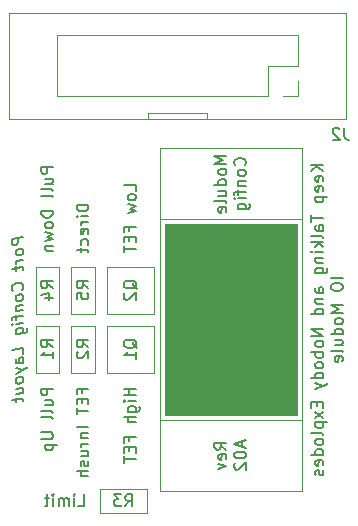
<source format=gbo>
%TF.GenerationSoftware,KiCad,Pcbnew,(5.1.9)-1*%
%TF.CreationDate,2021-06-12T20:27:07+01:00*%
%TF.ProjectId,ModulePullUpDown,4d6f6475-6c65-4507-956c-6c5570446f77,rev?*%
%TF.SameCoordinates,Original*%
%TF.FileFunction,Legend,Bot*%
%TF.FilePolarity,Positive*%
%FSLAX46Y46*%
G04 Gerber Fmt 4.6, Leading zero omitted, Abs format (unit mm)*
G04 Created by KiCad (PCBNEW (5.1.9)-1) date 2021-06-12 20:27:07*
%MOMM*%
%LPD*%
G01*
G04 APERTURE LIST*
%ADD10C,0.150000*%
%ADD11C,0.120000*%
%ADD12C,0.100000*%
%ADD13R,1.700000X1.700000*%
%ADD14O,1.700000X1.700000*%
G04 APERTURE END LIST*
D10*
X47327380Y-33880952D02*
X46327380Y-33880952D01*
X47327380Y-34452380D02*
X46755952Y-34023809D01*
X46327380Y-34452380D02*
X46898809Y-33880952D01*
X47279761Y-35261904D02*
X47327380Y-35166666D01*
X47327380Y-34976190D01*
X47279761Y-34880952D01*
X47184523Y-34833333D01*
X46803571Y-34833333D01*
X46708333Y-34880952D01*
X46660714Y-34976190D01*
X46660714Y-35166666D01*
X46708333Y-35261904D01*
X46803571Y-35309523D01*
X46898809Y-35309523D01*
X46994047Y-34833333D01*
X47279761Y-36119047D02*
X47327380Y-36023809D01*
X47327380Y-35833333D01*
X47279761Y-35738095D01*
X47184523Y-35690476D01*
X46803571Y-35690476D01*
X46708333Y-35738095D01*
X46660714Y-35833333D01*
X46660714Y-36023809D01*
X46708333Y-36119047D01*
X46803571Y-36166666D01*
X46898809Y-36166666D01*
X46994047Y-35690476D01*
X46660714Y-36595238D02*
X47660714Y-36595238D01*
X46708333Y-36595238D02*
X46660714Y-36690476D01*
X46660714Y-36880952D01*
X46708333Y-36976190D01*
X46755952Y-37023809D01*
X46851190Y-37071428D01*
X47136904Y-37071428D01*
X47232142Y-37023809D01*
X47279761Y-36976190D01*
X47327380Y-36880952D01*
X47327380Y-36690476D01*
X47279761Y-36595238D01*
X46327380Y-38119047D02*
X46327380Y-38690476D01*
X47327380Y-38404761D02*
X46327380Y-38404761D01*
X47327380Y-39452380D02*
X46803571Y-39452380D01*
X46708333Y-39404761D01*
X46660714Y-39309523D01*
X46660714Y-39119047D01*
X46708333Y-39023809D01*
X47279761Y-39452380D02*
X47327380Y-39357142D01*
X47327380Y-39119047D01*
X47279761Y-39023809D01*
X47184523Y-38976190D01*
X47089285Y-38976190D01*
X46994047Y-39023809D01*
X46946428Y-39119047D01*
X46946428Y-39357142D01*
X46898809Y-39452380D01*
X47327380Y-40071428D02*
X47279761Y-39976190D01*
X47184523Y-39928571D01*
X46327380Y-39928571D01*
X47327380Y-40452380D02*
X46327380Y-40452380D01*
X46946428Y-40547619D02*
X47327380Y-40833333D01*
X46660714Y-40833333D02*
X47041666Y-40452380D01*
X47327380Y-41261904D02*
X46660714Y-41261904D01*
X46327380Y-41261904D02*
X46375000Y-41214285D01*
X46422619Y-41261904D01*
X46375000Y-41309523D01*
X46327380Y-41261904D01*
X46422619Y-41261904D01*
X46660714Y-41738095D02*
X47327380Y-41738095D01*
X46755952Y-41738095D02*
X46708333Y-41785714D01*
X46660714Y-41880952D01*
X46660714Y-42023809D01*
X46708333Y-42119047D01*
X46803571Y-42166666D01*
X47327380Y-42166666D01*
X46660714Y-43071428D02*
X47470238Y-43071428D01*
X47565476Y-43023809D01*
X47613095Y-42976190D01*
X47660714Y-42880952D01*
X47660714Y-42738095D01*
X47613095Y-42642857D01*
X47279761Y-43071428D02*
X47327380Y-42976190D01*
X47327380Y-42785714D01*
X47279761Y-42690476D01*
X47232142Y-42642857D01*
X47136904Y-42595238D01*
X46851190Y-42595238D01*
X46755952Y-42642857D01*
X46708333Y-42690476D01*
X46660714Y-42785714D01*
X46660714Y-42976190D01*
X46708333Y-43071428D01*
X47327380Y-44738095D02*
X46803571Y-44738095D01*
X46708333Y-44690476D01*
X46660714Y-44595238D01*
X46660714Y-44404761D01*
X46708333Y-44309523D01*
X47279761Y-44738095D02*
X47327380Y-44642857D01*
X47327380Y-44404761D01*
X47279761Y-44309523D01*
X47184523Y-44261904D01*
X47089285Y-44261904D01*
X46994047Y-44309523D01*
X46946428Y-44404761D01*
X46946428Y-44642857D01*
X46898809Y-44738095D01*
X46660714Y-45214285D02*
X47327380Y-45214285D01*
X46755952Y-45214285D02*
X46708333Y-45261904D01*
X46660714Y-45357142D01*
X46660714Y-45499999D01*
X46708333Y-45595238D01*
X46803571Y-45642857D01*
X47327380Y-45642857D01*
X47327380Y-46547619D02*
X46327380Y-46547619D01*
X47279761Y-46547619D02*
X47327380Y-46452380D01*
X47327380Y-46261904D01*
X47279761Y-46166666D01*
X47232142Y-46119047D01*
X47136904Y-46071428D01*
X46851190Y-46071428D01*
X46755952Y-46119047D01*
X46708333Y-46166666D01*
X46660714Y-46261904D01*
X46660714Y-46452380D01*
X46708333Y-46547619D01*
X47327380Y-47785714D02*
X46327380Y-47785714D01*
X47327380Y-48357142D01*
X46327380Y-48357142D01*
X47327380Y-48976190D02*
X47279761Y-48880952D01*
X47232142Y-48833333D01*
X47136904Y-48785714D01*
X46851190Y-48785714D01*
X46755952Y-48833333D01*
X46708333Y-48880952D01*
X46660714Y-48976190D01*
X46660714Y-49119047D01*
X46708333Y-49214285D01*
X46755952Y-49261904D01*
X46851190Y-49309523D01*
X47136904Y-49309523D01*
X47232142Y-49261904D01*
X47279761Y-49214285D01*
X47327380Y-49119047D01*
X47327380Y-48976190D01*
X47327380Y-49738095D02*
X46327380Y-49738095D01*
X46708333Y-49738095D02*
X46660714Y-49833333D01*
X46660714Y-50023809D01*
X46708333Y-50119047D01*
X46755952Y-50166666D01*
X46851190Y-50214285D01*
X47136904Y-50214285D01*
X47232142Y-50166666D01*
X47279761Y-50119047D01*
X47327380Y-50023809D01*
X47327380Y-49833333D01*
X47279761Y-49738095D01*
X47327380Y-50785714D02*
X47279761Y-50690476D01*
X47232142Y-50642857D01*
X47136904Y-50595238D01*
X46851190Y-50595238D01*
X46755952Y-50642857D01*
X46708333Y-50690476D01*
X46660714Y-50785714D01*
X46660714Y-50928571D01*
X46708333Y-51023809D01*
X46755952Y-51071428D01*
X46851190Y-51119047D01*
X47136904Y-51119047D01*
X47232142Y-51071428D01*
X47279761Y-51023809D01*
X47327380Y-50928571D01*
X47327380Y-50785714D01*
X47327380Y-51976190D02*
X46327380Y-51976190D01*
X47279761Y-51976190D02*
X47327380Y-51880952D01*
X47327380Y-51690476D01*
X47279761Y-51595238D01*
X47232142Y-51547619D01*
X47136904Y-51499999D01*
X46851190Y-51499999D01*
X46755952Y-51547619D01*
X46708333Y-51595238D01*
X46660714Y-51690476D01*
X46660714Y-51880952D01*
X46708333Y-51976190D01*
X46660714Y-52357142D02*
X47327380Y-52595238D01*
X46660714Y-52833333D02*
X47327380Y-52595238D01*
X47565476Y-52499999D01*
X47613095Y-52452380D01*
X47660714Y-52357142D01*
X46803571Y-53976190D02*
X46803571Y-54309523D01*
X47327380Y-54452380D02*
X47327380Y-53976190D01*
X46327380Y-53976190D01*
X46327380Y-54452380D01*
X47327380Y-54785714D02*
X46660714Y-55309523D01*
X46660714Y-54785714D02*
X47327380Y-55309523D01*
X46660714Y-55690476D02*
X47660714Y-55690476D01*
X46708333Y-55690476D02*
X46660714Y-55785714D01*
X46660714Y-55976190D01*
X46708333Y-56071428D01*
X46755952Y-56119047D01*
X46851190Y-56166666D01*
X47136904Y-56166666D01*
X47232142Y-56119047D01*
X47279761Y-56071428D01*
X47327380Y-55976190D01*
X47327380Y-55785714D01*
X47279761Y-55690476D01*
X47327380Y-56738095D02*
X47279761Y-56642857D01*
X47184523Y-56595238D01*
X46327380Y-56595238D01*
X47327380Y-57261904D02*
X47279761Y-57166666D01*
X47232142Y-57119047D01*
X47136904Y-57071428D01*
X46851190Y-57071428D01*
X46755952Y-57119047D01*
X46708333Y-57166666D01*
X46660714Y-57261904D01*
X46660714Y-57404761D01*
X46708333Y-57499999D01*
X46755952Y-57547619D01*
X46851190Y-57595238D01*
X47136904Y-57595238D01*
X47232142Y-57547619D01*
X47279761Y-57499999D01*
X47327380Y-57404761D01*
X47327380Y-57261904D01*
X47327380Y-58452380D02*
X46327380Y-58452380D01*
X47279761Y-58452380D02*
X47327380Y-58357142D01*
X47327380Y-58166666D01*
X47279761Y-58071428D01*
X47232142Y-58023809D01*
X47136904Y-57976190D01*
X46851190Y-57976190D01*
X46755952Y-58023809D01*
X46708333Y-58071428D01*
X46660714Y-58166666D01*
X46660714Y-58357142D01*
X46708333Y-58452380D01*
X47279761Y-59309523D02*
X47327380Y-59214285D01*
X47327380Y-59023809D01*
X47279761Y-58928571D01*
X47184523Y-58880952D01*
X46803571Y-58880952D01*
X46708333Y-58928571D01*
X46660714Y-59023809D01*
X46660714Y-59214285D01*
X46708333Y-59309523D01*
X46803571Y-59357142D01*
X46898809Y-59357142D01*
X46994047Y-58880952D01*
X47279761Y-59738095D02*
X47327380Y-59833333D01*
X47327380Y-60023809D01*
X47279761Y-60119047D01*
X47184523Y-60166666D01*
X47136904Y-60166666D01*
X47041666Y-60119047D01*
X46994047Y-60023809D01*
X46994047Y-59880952D01*
X46946428Y-59785714D01*
X46851190Y-59738095D01*
X46803571Y-59738095D01*
X46708333Y-59785714D01*
X46660714Y-59880952D01*
X46660714Y-60023809D01*
X46708333Y-60119047D01*
X48977380Y-43476190D02*
X47977380Y-43476190D01*
X47977380Y-44142857D02*
X47977380Y-44333333D01*
X48025000Y-44428571D01*
X48120238Y-44523809D01*
X48310714Y-44571428D01*
X48644047Y-44571428D01*
X48834523Y-44523809D01*
X48929761Y-44428571D01*
X48977380Y-44333333D01*
X48977380Y-44142857D01*
X48929761Y-44047619D01*
X48834523Y-43952380D01*
X48644047Y-43904761D01*
X48310714Y-43904761D01*
X48120238Y-43952380D01*
X48025000Y-44047619D01*
X47977380Y-44142857D01*
X48977380Y-45761904D02*
X47977380Y-45761904D01*
X48691666Y-46095238D01*
X47977380Y-46428571D01*
X48977380Y-46428571D01*
X48977380Y-47047619D02*
X48929761Y-46952380D01*
X48882142Y-46904761D01*
X48786904Y-46857142D01*
X48501190Y-46857142D01*
X48405952Y-46904761D01*
X48358333Y-46952380D01*
X48310714Y-47047619D01*
X48310714Y-47190476D01*
X48358333Y-47285714D01*
X48405952Y-47333333D01*
X48501190Y-47380952D01*
X48786904Y-47380952D01*
X48882142Y-47333333D01*
X48929761Y-47285714D01*
X48977380Y-47190476D01*
X48977380Y-47047619D01*
X48977380Y-48238095D02*
X47977380Y-48238095D01*
X48929761Y-48238095D02*
X48977380Y-48142857D01*
X48977380Y-47952380D01*
X48929761Y-47857142D01*
X48882142Y-47809523D01*
X48786904Y-47761904D01*
X48501190Y-47761904D01*
X48405952Y-47809523D01*
X48358333Y-47857142D01*
X48310714Y-47952380D01*
X48310714Y-48142857D01*
X48358333Y-48238095D01*
X48310714Y-49142857D02*
X48977380Y-49142857D01*
X48310714Y-48714285D02*
X48834523Y-48714285D01*
X48929761Y-48761904D01*
X48977380Y-48857142D01*
X48977380Y-49000000D01*
X48929761Y-49095238D01*
X48882142Y-49142857D01*
X48977380Y-49761904D02*
X48929761Y-49666666D01*
X48834523Y-49619047D01*
X47977380Y-49619047D01*
X48929761Y-50523809D02*
X48977380Y-50428571D01*
X48977380Y-50238095D01*
X48929761Y-50142857D01*
X48834523Y-50095238D01*
X48453571Y-50095238D01*
X48358333Y-50142857D01*
X48310714Y-50238095D01*
X48310714Y-50428571D01*
X48358333Y-50523809D01*
X48453571Y-50571428D01*
X48548809Y-50571428D01*
X48644047Y-50095238D01*
X30573666Y-62798380D02*
X30907000Y-62322190D01*
X31145095Y-62798380D02*
X31145095Y-61798380D01*
X30764142Y-61798380D01*
X30668904Y-61846000D01*
X30621285Y-61893619D01*
X30573666Y-61988857D01*
X30573666Y-62131714D01*
X30621285Y-62226952D01*
X30668904Y-62274571D01*
X30764142Y-62322190D01*
X31145095Y-62322190D01*
X30240333Y-61798380D02*
X29621285Y-61798380D01*
X29954619Y-62179333D01*
X29811761Y-62179333D01*
X29716523Y-62226952D01*
X29668904Y-62274571D01*
X29621285Y-62369809D01*
X29621285Y-62607904D01*
X29668904Y-62703142D01*
X29716523Y-62750761D01*
X29811761Y-62798380D01*
X30097476Y-62798380D01*
X30192714Y-62750761D01*
X30240333Y-62703142D01*
X26595214Y-62798380D02*
X27071404Y-62798380D01*
X27071404Y-61798380D01*
X26261880Y-62798380D02*
X26261880Y-62131714D01*
X26261880Y-61798380D02*
X26309500Y-61846000D01*
X26261880Y-61893619D01*
X26214261Y-61846000D01*
X26261880Y-61798380D01*
X26261880Y-61893619D01*
X25785690Y-62798380D02*
X25785690Y-62131714D01*
X25785690Y-62226952D02*
X25738071Y-62179333D01*
X25642833Y-62131714D01*
X25499976Y-62131714D01*
X25404738Y-62179333D01*
X25357119Y-62274571D01*
X25357119Y-62798380D01*
X25357119Y-62274571D02*
X25309500Y-62179333D01*
X25214261Y-62131714D01*
X25071404Y-62131714D01*
X24976166Y-62179333D01*
X24928547Y-62274571D01*
X24928547Y-62798380D01*
X24452357Y-62798380D02*
X24452357Y-62131714D01*
X24452357Y-61798380D02*
X24499976Y-61846000D01*
X24452357Y-61893619D01*
X24404738Y-61846000D01*
X24452357Y-61798380D01*
X24452357Y-61893619D01*
X24119023Y-62131714D02*
X23738071Y-62131714D01*
X23976166Y-61798380D02*
X23976166Y-62655523D01*
X23928547Y-62750761D01*
X23833309Y-62798380D01*
X23738071Y-62798380D01*
D11*
X32407000Y-63346000D02*
X28407000Y-63346000D01*
X32407000Y-61346000D02*
X32407000Y-63346000D01*
X28407000Y-61346000D02*
X32407000Y-61346000D01*
X28407000Y-63346000D02*
X28407000Y-61346000D01*
D10*
X21952380Y-40019062D02*
X20952380Y-40144062D01*
X20952380Y-40525014D01*
X21000000Y-40614300D01*
X21047619Y-40655967D01*
X21142857Y-40691681D01*
X21285714Y-40673824D01*
X21380952Y-40614300D01*
X21428571Y-40560729D01*
X21476190Y-40459538D01*
X21476190Y-40078586D01*
X21952380Y-41161919D02*
X21904761Y-41072633D01*
X21857142Y-41030967D01*
X21761904Y-40995252D01*
X21476190Y-41030967D01*
X21380952Y-41090491D01*
X21333333Y-41144062D01*
X21285714Y-41245252D01*
X21285714Y-41388110D01*
X21333333Y-41477395D01*
X21380952Y-41519062D01*
X21476190Y-41554776D01*
X21761904Y-41519062D01*
X21857142Y-41459538D01*
X21904761Y-41405967D01*
X21952380Y-41304776D01*
X21952380Y-41161919D01*
X21952380Y-41923824D02*
X21285714Y-42007157D01*
X21476190Y-41983348D02*
X21380952Y-42042872D01*
X21333333Y-42096443D01*
X21285714Y-42197633D01*
X21285714Y-42292872D01*
X21285714Y-42483348D02*
X21285714Y-42864300D01*
X20952380Y-42667872D02*
X21809523Y-42560729D01*
X21904761Y-42596443D01*
X21952380Y-42685729D01*
X21952380Y-42780967D01*
X21857142Y-44459538D02*
X21904761Y-44405967D01*
X21952380Y-44257157D01*
X21952380Y-44161919D01*
X21904761Y-44025014D01*
X21809523Y-43941681D01*
X21714285Y-43905967D01*
X21523809Y-43882157D01*
X21380952Y-43900014D01*
X21190476Y-43971443D01*
X21095238Y-44030967D01*
X21000000Y-44138110D01*
X20952380Y-44286919D01*
X20952380Y-44382157D01*
X21000000Y-44519062D01*
X21047619Y-44560729D01*
X21952380Y-45019062D02*
X21904761Y-44929776D01*
X21857142Y-44888110D01*
X21761904Y-44852395D01*
X21476190Y-44888110D01*
X21380952Y-44947633D01*
X21333333Y-45001205D01*
X21285714Y-45102395D01*
X21285714Y-45245252D01*
X21333333Y-45334538D01*
X21380952Y-45376205D01*
X21476190Y-45411919D01*
X21761904Y-45376205D01*
X21857142Y-45316681D01*
X21904761Y-45263110D01*
X21952380Y-45161919D01*
X21952380Y-45019062D01*
X21285714Y-45864300D02*
X21952380Y-45780967D01*
X21380952Y-45852395D02*
X21333333Y-45905967D01*
X21285714Y-46007157D01*
X21285714Y-46150014D01*
X21333333Y-46239300D01*
X21428571Y-46275014D01*
X21952380Y-46209538D01*
X21285714Y-46626205D02*
X21285714Y-47007157D01*
X21952380Y-46685729D02*
X21095238Y-46792872D01*
X21000000Y-46852395D01*
X20952380Y-46953586D01*
X20952380Y-47048824D01*
X21952380Y-47257157D02*
X21285714Y-47340491D01*
X20952380Y-47382157D02*
X21000000Y-47328586D01*
X21047619Y-47370252D01*
X21000000Y-47423824D01*
X20952380Y-47382157D01*
X21047619Y-47370252D01*
X21285714Y-48245252D02*
X22095238Y-48144062D01*
X22190476Y-48084538D01*
X22238095Y-48030967D01*
X22285714Y-47929776D01*
X22285714Y-47786919D01*
X22238095Y-47697633D01*
X21904761Y-48167872D02*
X21952380Y-48066681D01*
X21952380Y-47876205D01*
X21904761Y-47786919D01*
X21857142Y-47745252D01*
X21761904Y-47709538D01*
X21476190Y-47745252D01*
X21380952Y-47804776D01*
X21333333Y-47858348D01*
X21285714Y-47959538D01*
X21285714Y-48150014D01*
X21333333Y-48239300D01*
X21952380Y-49876205D02*
X21952380Y-49400014D01*
X20952380Y-49525014D01*
X21952380Y-50638110D02*
X21428571Y-50703586D01*
X21333333Y-50667872D01*
X21285714Y-50578586D01*
X21285714Y-50388110D01*
X21333333Y-50286919D01*
X21904761Y-50644062D02*
X21952380Y-50542872D01*
X21952380Y-50304776D01*
X21904761Y-50215491D01*
X21809523Y-50179776D01*
X21714285Y-50191681D01*
X21619047Y-50251205D01*
X21571428Y-50352395D01*
X21571428Y-50590491D01*
X21523809Y-50691681D01*
X21285714Y-51102395D02*
X21952380Y-51257157D01*
X21285714Y-51578586D02*
X21952380Y-51257157D01*
X22190476Y-51132157D01*
X22238095Y-51078586D01*
X22285714Y-50977395D01*
X21952380Y-52019062D02*
X21904761Y-51929776D01*
X21857142Y-51888110D01*
X21761904Y-51852395D01*
X21476190Y-51888110D01*
X21380952Y-51947633D01*
X21333333Y-52001205D01*
X21285714Y-52102395D01*
X21285714Y-52245252D01*
X21333333Y-52334538D01*
X21380952Y-52376205D01*
X21476190Y-52411919D01*
X21761904Y-52376205D01*
X21857142Y-52316681D01*
X21904761Y-52263110D01*
X21952380Y-52161919D01*
X21952380Y-52019062D01*
X21285714Y-53292872D02*
X21952380Y-53209538D01*
X21285714Y-52864300D02*
X21809523Y-52798824D01*
X21904761Y-52834538D01*
X21952380Y-52923824D01*
X21952380Y-53066681D01*
X21904761Y-53167872D01*
X21857142Y-53221443D01*
X21285714Y-53626205D02*
X21285714Y-54007157D01*
X20952380Y-53810729D02*
X21809523Y-53703586D01*
X21904761Y-53739300D01*
X21952380Y-53828586D01*
X21952380Y-53923824D01*
X31452380Y-36069166D02*
X31452380Y-35592976D01*
X30452380Y-35592976D01*
X31452380Y-36545357D02*
X31404761Y-36450119D01*
X31357142Y-36402500D01*
X31261904Y-36354880D01*
X30976190Y-36354880D01*
X30880952Y-36402500D01*
X30833333Y-36450119D01*
X30785714Y-36545357D01*
X30785714Y-36688214D01*
X30833333Y-36783452D01*
X30880952Y-36831071D01*
X30976190Y-36878690D01*
X31261904Y-36878690D01*
X31357142Y-36831071D01*
X31404761Y-36783452D01*
X31452380Y-36688214D01*
X31452380Y-36545357D01*
X30785714Y-37212023D02*
X31452380Y-37402500D01*
X30976190Y-37592976D01*
X31452380Y-37783452D01*
X30785714Y-37973928D01*
X30928571Y-39450119D02*
X30928571Y-39116785D01*
X31452380Y-39116785D02*
X30452380Y-39116785D01*
X30452380Y-39592976D01*
X30928571Y-39973928D02*
X30928571Y-40307261D01*
X31452380Y-40450119D02*
X31452380Y-39973928D01*
X30452380Y-39973928D01*
X30452380Y-40450119D01*
X30452380Y-40735833D02*
X30452380Y-41307261D01*
X31452380Y-41021547D02*
X30452380Y-41021547D01*
X31452380Y-52835595D02*
X30452380Y-52835595D01*
X30928571Y-52835595D02*
X30928571Y-53407023D01*
X31452380Y-53407023D02*
X30452380Y-53407023D01*
X31452380Y-53883214D02*
X30785714Y-53883214D01*
X30452380Y-53883214D02*
X30500000Y-53835595D01*
X30547619Y-53883214D01*
X30500000Y-53930833D01*
X30452380Y-53883214D01*
X30547619Y-53883214D01*
X30785714Y-54787976D02*
X31595238Y-54787976D01*
X31690476Y-54740357D01*
X31738095Y-54692738D01*
X31785714Y-54597500D01*
X31785714Y-54454642D01*
X31738095Y-54359404D01*
X31404761Y-54787976D02*
X31452380Y-54692738D01*
X31452380Y-54502261D01*
X31404761Y-54407023D01*
X31357142Y-54359404D01*
X31261904Y-54311785D01*
X30976190Y-54311785D01*
X30880952Y-54359404D01*
X30833333Y-54407023D01*
X30785714Y-54502261D01*
X30785714Y-54692738D01*
X30833333Y-54787976D01*
X31452380Y-55264166D02*
X30452380Y-55264166D01*
X31452380Y-55692738D02*
X30928571Y-55692738D01*
X30833333Y-55645119D01*
X30785714Y-55549880D01*
X30785714Y-55407023D01*
X30833333Y-55311785D01*
X30880952Y-55264166D01*
X30928571Y-57264166D02*
X30928571Y-56930833D01*
X31452380Y-56930833D02*
X30452380Y-56930833D01*
X30452380Y-57407023D01*
X30928571Y-57787976D02*
X30928571Y-58121309D01*
X31452380Y-58264166D02*
X31452380Y-57787976D01*
X30452380Y-57787976D01*
X30452380Y-58264166D01*
X30452380Y-58549880D02*
X30452380Y-59121309D01*
X31452380Y-58835595D02*
X30452380Y-58835595D01*
X27452380Y-37259642D02*
X26452380Y-37259642D01*
X26452380Y-37497738D01*
X26500000Y-37640595D01*
X26595238Y-37735833D01*
X26690476Y-37783452D01*
X26880952Y-37831071D01*
X27023809Y-37831071D01*
X27214285Y-37783452D01*
X27309523Y-37735833D01*
X27404761Y-37640595D01*
X27452380Y-37497738D01*
X27452380Y-37259642D01*
X27452380Y-38259642D02*
X26785714Y-38259642D01*
X26452380Y-38259642D02*
X26500000Y-38212023D01*
X26547619Y-38259642D01*
X26500000Y-38307261D01*
X26452380Y-38259642D01*
X26547619Y-38259642D01*
X27452380Y-38735833D02*
X26785714Y-38735833D01*
X26976190Y-38735833D02*
X26880952Y-38783452D01*
X26833333Y-38831071D01*
X26785714Y-38926309D01*
X26785714Y-39021547D01*
X27404761Y-39735833D02*
X27452380Y-39640595D01*
X27452380Y-39450119D01*
X27404761Y-39354880D01*
X27309523Y-39307261D01*
X26928571Y-39307261D01*
X26833333Y-39354880D01*
X26785714Y-39450119D01*
X26785714Y-39640595D01*
X26833333Y-39735833D01*
X26928571Y-39783452D01*
X27023809Y-39783452D01*
X27119047Y-39307261D01*
X27404761Y-40640595D02*
X27452380Y-40545357D01*
X27452380Y-40354880D01*
X27404761Y-40259642D01*
X27357142Y-40212023D01*
X27261904Y-40164404D01*
X26976190Y-40164404D01*
X26880952Y-40212023D01*
X26833333Y-40259642D01*
X26785714Y-40354880D01*
X26785714Y-40545357D01*
X26833333Y-40640595D01*
X26785714Y-40926309D02*
X26785714Y-41307261D01*
X26452380Y-41069166D02*
X27309523Y-41069166D01*
X27404761Y-41116785D01*
X27452380Y-41212023D01*
X27452380Y-41307261D01*
X26928571Y-53168928D02*
X26928571Y-52835595D01*
X27452380Y-52835595D02*
X26452380Y-52835595D01*
X26452380Y-53311785D01*
X26928571Y-53692738D02*
X26928571Y-54026071D01*
X27452380Y-54168928D02*
X27452380Y-53692738D01*
X26452380Y-53692738D01*
X26452380Y-54168928D01*
X26452380Y-54454642D02*
X26452380Y-55026071D01*
X27452380Y-54740357D02*
X26452380Y-54740357D01*
X27452380Y-56121309D02*
X26452380Y-56121309D01*
X26785714Y-56597500D02*
X27452380Y-56597500D01*
X26880952Y-56597500D02*
X26833333Y-56645119D01*
X26785714Y-56740357D01*
X26785714Y-56883214D01*
X26833333Y-56978452D01*
X26928571Y-57026071D01*
X27452380Y-57026071D01*
X27452380Y-57502261D02*
X26785714Y-57502261D01*
X26976190Y-57502261D02*
X26880952Y-57549880D01*
X26833333Y-57597500D01*
X26785714Y-57692738D01*
X26785714Y-57787976D01*
X26785714Y-58549880D02*
X27452380Y-58549880D01*
X26785714Y-58121309D02*
X27309523Y-58121309D01*
X27404761Y-58168928D01*
X27452380Y-58264166D01*
X27452380Y-58407023D01*
X27404761Y-58502261D01*
X27357142Y-58549880D01*
X27404761Y-58978452D02*
X27452380Y-59073690D01*
X27452380Y-59264166D01*
X27404761Y-59359404D01*
X27309523Y-59407023D01*
X27261904Y-59407023D01*
X27166666Y-59359404D01*
X27119047Y-59264166D01*
X27119047Y-59121309D01*
X27071428Y-59026071D01*
X26976190Y-58978452D01*
X26928571Y-58978452D01*
X26833333Y-59026071D01*
X26785714Y-59121309D01*
X26785714Y-59264166D01*
X26833333Y-59359404D01*
X27452380Y-59835595D02*
X26452380Y-59835595D01*
X27452380Y-60264166D02*
X26928571Y-60264166D01*
X26833333Y-60216547D01*
X26785714Y-60121309D01*
X26785714Y-59978452D01*
X26833333Y-59883214D01*
X26880952Y-59835595D01*
X24452380Y-34069166D02*
X23452380Y-34069166D01*
X23452380Y-34450119D01*
X23500000Y-34545357D01*
X23547619Y-34592976D01*
X23642857Y-34640595D01*
X23785714Y-34640595D01*
X23880952Y-34592976D01*
X23928571Y-34545357D01*
X23976190Y-34450119D01*
X23976190Y-34069166D01*
X23785714Y-35497738D02*
X24452380Y-35497738D01*
X23785714Y-35069166D02*
X24309523Y-35069166D01*
X24404761Y-35116785D01*
X24452380Y-35212023D01*
X24452380Y-35354880D01*
X24404761Y-35450119D01*
X24357142Y-35497738D01*
X24452380Y-36116785D02*
X24404761Y-36021547D01*
X24309523Y-35973928D01*
X23452380Y-35973928D01*
X24452380Y-36640595D02*
X24404761Y-36545357D01*
X24309523Y-36497738D01*
X23452380Y-36497738D01*
X24452380Y-37783452D02*
X23452380Y-37783452D01*
X23452380Y-38021547D01*
X23500000Y-38164404D01*
X23595238Y-38259642D01*
X23690476Y-38307261D01*
X23880952Y-38354880D01*
X24023809Y-38354880D01*
X24214285Y-38307261D01*
X24309523Y-38259642D01*
X24404761Y-38164404D01*
X24452380Y-38021547D01*
X24452380Y-37783452D01*
X24452380Y-38926309D02*
X24404761Y-38831071D01*
X24357142Y-38783452D01*
X24261904Y-38735833D01*
X23976190Y-38735833D01*
X23880952Y-38783452D01*
X23833333Y-38831071D01*
X23785714Y-38926309D01*
X23785714Y-39069166D01*
X23833333Y-39164404D01*
X23880952Y-39212023D01*
X23976190Y-39259642D01*
X24261904Y-39259642D01*
X24357142Y-39212023D01*
X24404761Y-39164404D01*
X24452380Y-39069166D01*
X24452380Y-38926309D01*
X23785714Y-39592976D02*
X24452380Y-39783452D01*
X23976190Y-39973928D01*
X24452380Y-40164404D01*
X23785714Y-40354880D01*
X23785714Y-40735833D02*
X24452380Y-40735833D01*
X23880952Y-40735833D02*
X23833333Y-40783452D01*
X23785714Y-40878690D01*
X23785714Y-41021547D01*
X23833333Y-41116785D01*
X23928571Y-41164404D01*
X24452380Y-41164404D01*
X24452380Y-52835595D02*
X23452380Y-52835595D01*
X23452380Y-53216547D01*
X23500000Y-53311785D01*
X23547619Y-53359404D01*
X23642857Y-53407023D01*
X23785714Y-53407023D01*
X23880952Y-53359404D01*
X23928571Y-53311785D01*
X23976190Y-53216547D01*
X23976190Y-52835595D01*
X23785714Y-54264166D02*
X24452380Y-54264166D01*
X23785714Y-53835595D02*
X24309523Y-53835595D01*
X24404761Y-53883214D01*
X24452380Y-53978452D01*
X24452380Y-54121309D01*
X24404761Y-54216547D01*
X24357142Y-54264166D01*
X24452380Y-54883214D02*
X24404761Y-54787976D01*
X24309523Y-54740357D01*
X23452380Y-54740357D01*
X24452380Y-55407023D02*
X24404761Y-55311785D01*
X24309523Y-55264166D01*
X23452380Y-55264166D01*
X23452380Y-56549880D02*
X24261904Y-56549880D01*
X24357142Y-56597500D01*
X24404761Y-56645119D01*
X24452380Y-56740357D01*
X24452380Y-56930833D01*
X24404761Y-57026071D01*
X24357142Y-57073690D01*
X24261904Y-57121309D01*
X23452380Y-57121309D01*
X23785714Y-57597500D02*
X24785714Y-57597500D01*
X23833333Y-57597500D02*
X23785714Y-57692738D01*
X23785714Y-57883214D01*
X23833333Y-57978452D01*
X23880952Y-58026071D01*
X23976190Y-58073690D01*
X24261904Y-58073690D01*
X24357142Y-58026071D01*
X24404761Y-57978452D01*
X24452380Y-57883214D01*
X24452380Y-57692738D01*
X24404761Y-57597500D01*
X31547619Y-49404761D02*
X31500000Y-49309523D01*
X31404761Y-49214285D01*
X31261904Y-49071428D01*
X31214285Y-48976190D01*
X31214285Y-48880952D01*
X31452380Y-48928571D02*
X31404761Y-48833333D01*
X31309523Y-48738095D01*
X31119047Y-48690476D01*
X30785714Y-48690476D01*
X30595238Y-48738095D01*
X30500000Y-48833333D01*
X30452380Y-48928571D01*
X30452380Y-49119047D01*
X30500000Y-49214285D01*
X30595238Y-49309523D01*
X30785714Y-49357142D01*
X31119047Y-49357142D01*
X31309523Y-49309523D01*
X31404761Y-49214285D01*
X31452380Y-49119047D01*
X31452380Y-48928571D01*
X31452380Y-50309523D02*
X31452380Y-49738095D01*
X31452380Y-50023809D02*
X30452380Y-50023809D01*
X30595238Y-49928571D01*
X30690476Y-49833333D01*
X30738095Y-49738095D01*
X31547619Y-44404761D02*
X31500000Y-44309523D01*
X31404761Y-44214285D01*
X31261904Y-44071428D01*
X31214285Y-43976190D01*
X31214285Y-43880952D01*
X31452380Y-43928571D02*
X31404761Y-43833333D01*
X31309523Y-43738095D01*
X31119047Y-43690476D01*
X30785714Y-43690476D01*
X30595238Y-43738095D01*
X30500000Y-43833333D01*
X30452380Y-43928571D01*
X30452380Y-44119047D01*
X30500000Y-44214285D01*
X30595238Y-44309523D01*
X30785714Y-44357142D01*
X31119047Y-44357142D01*
X31309523Y-44309523D01*
X31404761Y-44214285D01*
X31452380Y-44119047D01*
X31452380Y-43928571D01*
X30547619Y-44738095D02*
X30500000Y-44785714D01*
X30452380Y-44880952D01*
X30452380Y-45119047D01*
X30500000Y-45214285D01*
X30547619Y-45261904D01*
X30642857Y-45309523D01*
X30738095Y-45309523D01*
X30880952Y-45261904D01*
X31452380Y-44690476D01*
X31452380Y-45309523D01*
X27452380Y-44333333D02*
X26976190Y-44000000D01*
X27452380Y-43761904D02*
X26452380Y-43761904D01*
X26452380Y-44142857D01*
X26500000Y-44238095D01*
X26547619Y-44285714D01*
X26642857Y-44333333D01*
X26785714Y-44333333D01*
X26880952Y-44285714D01*
X26928571Y-44238095D01*
X26976190Y-44142857D01*
X26976190Y-43761904D01*
X26452380Y-45238095D02*
X26452380Y-44761904D01*
X26928571Y-44714285D01*
X26880952Y-44761904D01*
X26833333Y-44857142D01*
X26833333Y-45095238D01*
X26880952Y-45190476D01*
X26928571Y-45238095D01*
X27023809Y-45285714D01*
X27261904Y-45285714D01*
X27357142Y-45238095D01*
X27404761Y-45190476D01*
X27452380Y-45095238D01*
X27452380Y-44857142D01*
X27404761Y-44761904D01*
X27357142Y-44714285D01*
X27452380Y-49333333D02*
X26976190Y-49000000D01*
X27452380Y-48761904D02*
X26452380Y-48761904D01*
X26452380Y-49142857D01*
X26500000Y-49238095D01*
X26547619Y-49285714D01*
X26642857Y-49333333D01*
X26785714Y-49333333D01*
X26880952Y-49285714D01*
X26928571Y-49238095D01*
X26976190Y-49142857D01*
X26976190Y-48761904D01*
X26547619Y-49714285D02*
X26500000Y-49761904D01*
X26452380Y-49857142D01*
X26452380Y-50095238D01*
X26500000Y-50190476D01*
X26547619Y-50238095D01*
X26642857Y-50285714D01*
X26738095Y-50285714D01*
X26880952Y-50238095D01*
X27452380Y-49666666D01*
X27452380Y-50285714D01*
X24452380Y-49333333D02*
X23976190Y-49000000D01*
X24452380Y-48761904D02*
X23452380Y-48761904D01*
X23452380Y-49142857D01*
X23500000Y-49238095D01*
X23547619Y-49285714D01*
X23642857Y-49333333D01*
X23785714Y-49333333D01*
X23880952Y-49285714D01*
X23928571Y-49238095D01*
X23976190Y-49142857D01*
X23976190Y-48761904D01*
X24452380Y-50285714D02*
X24452380Y-49714285D01*
X24452380Y-50000000D02*
X23452380Y-50000000D01*
X23595238Y-49904761D01*
X23690476Y-49809523D01*
X23738095Y-49714285D01*
X24452380Y-44333333D02*
X23976190Y-44000000D01*
X24452380Y-43761904D02*
X23452380Y-43761904D01*
X23452380Y-44142857D01*
X23500000Y-44238095D01*
X23547619Y-44285714D01*
X23642857Y-44333333D01*
X23785714Y-44333333D01*
X23880952Y-44285714D01*
X23928571Y-44238095D01*
X23976190Y-44142857D01*
X23976190Y-43761904D01*
X23785714Y-45190476D02*
X24452380Y-45190476D01*
X23404761Y-44952380D02*
X24119047Y-44714285D01*
X24119047Y-45333333D01*
D11*
X33000000Y-42500000D02*
X33000000Y-46500000D01*
X33000000Y-46500000D02*
X29000000Y-46500000D01*
X29000000Y-42500000D02*
X33000000Y-42500000D01*
X29000000Y-46500000D02*
X29000000Y-42500000D01*
X33000000Y-47500000D02*
X33000000Y-51500000D01*
X33000000Y-51500000D02*
X29000000Y-51500000D01*
X29000000Y-47500000D02*
X33000000Y-47500000D01*
X29000000Y-51500000D02*
X29000000Y-47500000D01*
X28000000Y-42500000D02*
X28000000Y-46500000D01*
X28000000Y-46500000D02*
X26000000Y-46500000D01*
X26000000Y-42500000D02*
X28000000Y-42500000D01*
X26000000Y-46500000D02*
X26000000Y-42500000D01*
X28000000Y-47500000D02*
X28000000Y-51500000D01*
X28000000Y-51500000D02*
X26000000Y-51500000D01*
X26000000Y-47500000D02*
X28000000Y-47500000D01*
X26000000Y-51500000D02*
X26000000Y-47500000D01*
X25000000Y-42500000D02*
X25000000Y-46500000D01*
X25000000Y-46500000D02*
X23000000Y-46500000D01*
X23000000Y-42500000D02*
X25000000Y-42500000D01*
X23000000Y-46500000D02*
X23000000Y-42500000D01*
X25000000Y-51500000D02*
X23000000Y-51500000D01*
X25000000Y-47500000D02*
X25000000Y-51500000D01*
X23000000Y-47500000D02*
X25000000Y-47500000D01*
X23000000Y-51500000D02*
X23000000Y-47500000D01*
X45500000Y-32500000D02*
X45500000Y-61500000D01*
X45500000Y-61500000D02*
X33500000Y-61500000D01*
X33500000Y-61500000D02*
X33500000Y-32500000D01*
D12*
G36*
X45100000Y-55100000D02*
G01*
X33900000Y-55100000D01*
X33900000Y-38900000D01*
X45100000Y-38900000D01*
X45100000Y-55100000D01*
G37*
X45100000Y-55100000D02*
X33900000Y-55100000D01*
X33900000Y-38900000D01*
X45100000Y-38900000D01*
X45100000Y-55100000D01*
D11*
X33500000Y-32500000D02*
X45500000Y-32500000D01*
X33500000Y-38500000D02*
X45500000Y-38500000D01*
D10*
X39127380Y-58000000D02*
X38651190Y-57666666D01*
X39127380Y-57428571D02*
X38127380Y-57428571D01*
X38127380Y-57809523D01*
X38175000Y-57904761D01*
X38222619Y-57952380D01*
X38317857Y-58000000D01*
X38460714Y-58000000D01*
X38555952Y-57952380D01*
X38603571Y-57904761D01*
X38651190Y-57809523D01*
X38651190Y-57428571D01*
X39079761Y-58809523D02*
X39127380Y-58714285D01*
X39127380Y-58523809D01*
X39079761Y-58428571D01*
X38984523Y-58380952D01*
X38603571Y-58380952D01*
X38508333Y-58428571D01*
X38460714Y-58523809D01*
X38460714Y-58714285D01*
X38508333Y-58809523D01*
X38603571Y-58857142D01*
X38698809Y-58857142D01*
X38794047Y-58380952D01*
X38460714Y-59190476D02*
X39127380Y-59428571D01*
X38460714Y-59666666D01*
X40491666Y-57309523D02*
X40491666Y-57785714D01*
X40777380Y-57214285D02*
X39777380Y-57547619D01*
X40777380Y-57880952D01*
X39777380Y-58404761D02*
X39777380Y-58500000D01*
X39825000Y-58595238D01*
X39872619Y-58642857D01*
X39967857Y-58690476D01*
X40158333Y-58738095D01*
X40396428Y-58738095D01*
X40586904Y-58690476D01*
X40682142Y-58642857D01*
X40729761Y-58595238D01*
X40777380Y-58500000D01*
X40777380Y-58404761D01*
X40729761Y-58309523D01*
X40682142Y-58261904D01*
X40586904Y-58214285D01*
X40396428Y-58166666D01*
X40158333Y-58166666D01*
X39967857Y-58214285D01*
X39872619Y-58261904D01*
X39825000Y-58309523D01*
X39777380Y-58404761D01*
X39872619Y-59119047D02*
X39825000Y-59166666D01*
X39777380Y-59261904D01*
X39777380Y-59500000D01*
X39825000Y-59595238D01*
X39872619Y-59642857D01*
X39967857Y-59690476D01*
X40063095Y-59690476D01*
X40205952Y-59642857D01*
X40777380Y-59071428D01*
X40777380Y-59690476D01*
X39127380Y-33119047D02*
X38127380Y-33119047D01*
X38841666Y-33452380D01*
X38127380Y-33785714D01*
X39127380Y-33785714D01*
X39127380Y-34404761D02*
X39079761Y-34309523D01*
X39032142Y-34261904D01*
X38936904Y-34214285D01*
X38651190Y-34214285D01*
X38555952Y-34261904D01*
X38508333Y-34309523D01*
X38460714Y-34404761D01*
X38460714Y-34547619D01*
X38508333Y-34642857D01*
X38555952Y-34690476D01*
X38651190Y-34738095D01*
X38936904Y-34738095D01*
X39032142Y-34690476D01*
X39079761Y-34642857D01*
X39127380Y-34547619D01*
X39127380Y-34404761D01*
X39127380Y-35595238D02*
X38127380Y-35595238D01*
X39079761Y-35595238D02*
X39127380Y-35500000D01*
X39127380Y-35309523D01*
X39079761Y-35214285D01*
X39032142Y-35166666D01*
X38936904Y-35119047D01*
X38651190Y-35119047D01*
X38555952Y-35166666D01*
X38508333Y-35214285D01*
X38460714Y-35309523D01*
X38460714Y-35500000D01*
X38508333Y-35595238D01*
X38460714Y-36500000D02*
X39127380Y-36500000D01*
X38460714Y-36071428D02*
X38984523Y-36071428D01*
X39079761Y-36119047D01*
X39127380Y-36214285D01*
X39127380Y-36357142D01*
X39079761Y-36452380D01*
X39032142Y-36500000D01*
X39127380Y-37119047D02*
X39079761Y-37023809D01*
X38984523Y-36976190D01*
X38127380Y-36976190D01*
X39079761Y-37880952D02*
X39127380Y-37785714D01*
X39127380Y-37595238D01*
X39079761Y-37500000D01*
X38984523Y-37452380D01*
X38603571Y-37452380D01*
X38508333Y-37500000D01*
X38460714Y-37595238D01*
X38460714Y-37785714D01*
X38508333Y-37880952D01*
X38603571Y-37928571D01*
X38698809Y-37928571D01*
X38794047Y-37452380D01*
X40682142Y-33928571D02*
X40729761Y-33880952D01*
X40777380Y-33738095D01*
X40777380Y-33642857D01*
X40729761Y-33500000D01*
X40634523Y-33404761D01*
X40539285Y-33357142D01*
X40348809Y-33309523D01*
X40205952Y-33309523D01*
X40015476Y-33357142D01*
X39920238Y-33404761D01*
X39825000Y-33500000D01*
X39777380Y-33642857D01*
X39777380Y-33738095D01*
X39825000Y-33880952D01*
X39872619Y-33928571D01*
X40777380Y-34500000D02*
X40729761Y-34404761D01*
X40682142Y-34357142D01*
X40586904Y-34309523D01*
X40301190Y-34309523D01*
X40205952Y-34357142D01*
X40158333Y-34404761D01*
X40110714Y-34500000D01*
X40110714Y-34642857D01*
X40158333Y-34738095D01*
X40205952Y-34785714D01*
X40301190Y-34833333D01*
X40586904Y-34833333D01*
X40682142Y-34785714D01*
X40729761Y-34738095D01*
X40777380Y-34642857D01*
X40777380Y-34500000D01*
X40110714Y-35261904D02*
X40777380Y-35261904D01*
X40205952Y-35261904D02*
X40158333Y-35309523D01*
X40110714Y-35404761D01*
X40110714Y-35547619D01*
X40158333Y-35642857D01*
X40253571Y-35690476D01*
X40777380Y-35690476D01*
X40110714Y-36023809D02*
X40110714Y-36404761D01*
X40777380Y-36166666D02*
X39920238Y-36166666D01*
X39825000Y-36214285D01*
X39777380Y-36309523D01*
X39777380Y-36404761D01*
X40777380Y-36738095D02*
X40110714Y-36738095D01*
X39777380Y-36738095D02*
X39825000Y-36690476D01*
X39872619Y-36738095D01*
X39825000Y-36785714D01*
X39777380Y-36738095D01*
X39872619Y-36738095D01*
X40110714Y-37642857D02*
X40920238Y-37642857D01*
X41015476Y-37595238D01*
X41063095Y-37547619D01*
X41110714Y-37452380D01*
X41110714Y-37309523D01*
X41063095Y-37214285D01*
X40729761Y-37642857D02*
X40777380Y-37547619D01*
X40777380Y-37357142D01*
X40729761Y-37261904D01*
X40682142Y-37214285D01*
X40586904Y-37166666D01*
X40301190Y-37166666D01*
X40205952Y-37214285D01*
X40158333Y-37261904D01*
X40110714Y-37357142D01*
X40110714Y-37547619D01*
X40158333Y-37642857D01*
D11*
X33500000Y-55500000D02*
X45500000Y-55500000D01*
%TO.C,J2*%
X24780000Y-28100000D02*
X24780000Y-22900000D01*
X42620000Y-28100000D02*
X24780000Y-28100000D01*
X45220000Y-22900000D02*
X24780000Y-22900000D01*
X42620000Y-28100000D02*
X42620000Y-25500000D01*
X42620000Y-25500000D02*
X45220000Y-25500000D01*
X45220000Y-25500000D02*
X45220000Y-22900000D01*
X43890000Y-28100000D02*
X45220000Y-28100000D01*
X45220000Y-28100000D02*
X45220000Y-26770000D01*
X35000000Y-30000000D02*
X49250000Y-30000000D01*
X49250000Y-30000000D02*
X49250000Y-21000000D01*
X49250000Y-21000000D02*
X20750000Y-21000000D01*
X20750000Y-21000000D02*
X20750000Y-30000000D01*
X20750000Y-30000000D02*
X35000000Y-30000000D01*
X37500000Y-30000000D02*
X37500000Y-29500000D01*
X37500000Y-29500000D02*
X32500000Y-29500000D01*
X32500000Y-29500000D02*
X32500000Y-30000000D01*
D10*
X49133333Y-30752380D02*
X49133333Y-31466666D01*
X49180952Y-31609523D01*
X49276190Y-31704761D01*
X49419047Y-31752380D01*
X49514285Y-31752380D01*
X48704761Y-30847619D02*
X48657142Y-30800000D01*
X48561904Y-30752380D01*
X48323809Y-30752380D01*
X48228571Y-30800000D01*
X48180952Y-30847619D01*
X48133333Y-30942857D01*
X48133333Y-31038095D01*
X48180952Y-31180952D01*
X48752380Y-31752380D01*
X48133333Y-31752380D01*
%TD*%
%LPC*%
D13*
%TO.C,J1*%
X26110000Y-67770000D03*
D14*
X26110000Y-65230000D03*
X28650000Y-67770000D03*
X28650000Y-65230000D03*
X31190000Y-67770000D03*
X31190000Y-65230000D03*
X33730000Y-67770000D03*
X33730000Y-65230000D03*
X36270000Y-67770000D03*
X36270000Y-65230000D03*
X38810000Y-67770000D03*
X38810000Y-65230000D03*
X41350000Y-67770000D03*
X41350000Y-65230000D03*
X43890000Y-67770000D03*
X43890000Y-65230000D03*
%TD*%
D13*
%TO.C,J2*%
X43890000Y-26770000D03*
D14*
X43890000Y-24230000D03*
X41350000Y-26770000D03*
X41350000Y-24230000D03*
X38810000Y-26770000D03*
X38810000Y-24230000D03*
X36270000Y-26770000D03*
X36270000Y-24230000D03*
X33730000Y-26770000D03*
X33730000Y-24230000D03*
X31190000Y-26770000D03*
X31190000Y-24230000D03*
X28650000Y-26770000D03*
X28650000Y-24230000D03*
X26110000Y-26770000D03*
X26110000Y-24230000D03*
%TD*%
M02*

</source>
